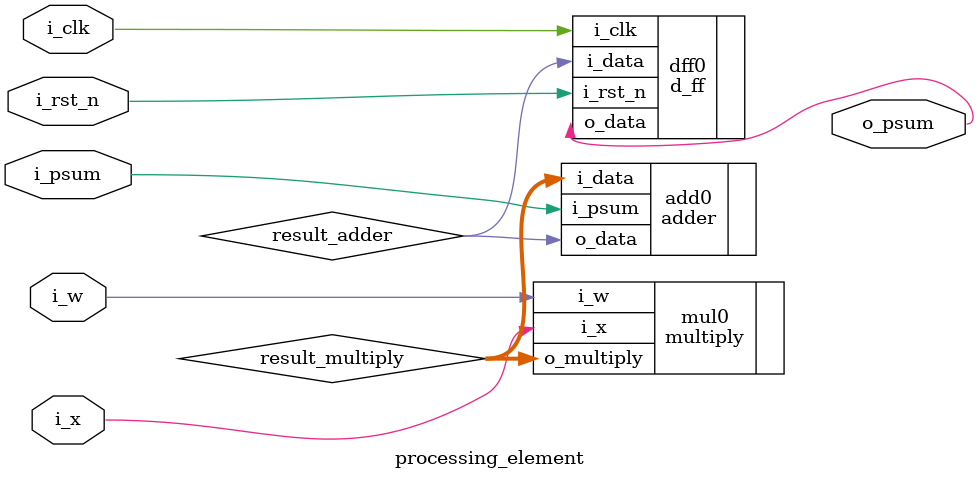
<source format=v>
module processing_element
#(parameter BW1=1, BW2=1, N=1, XW=1, WW=1)
(
input i_clk, i_rst_n,
input signed [XW-1:0] i_x,
input signed [WW-1:0] i_w,
input signed [BW1-1:0] i_psum,
output signed [BW2-1:0] o_psum);

wire signed [XW+WW-1:0] result_multiply;
wire signed [BW2-1:0] result_adder;


//description top_module
multiply #(.XW(XW), .WW(WW)) mul0(
				.i_x(i_x),
				.i_w(i_w),
				.o_multiply(result_multiply));
adder #(.BW1(BW1), .BW2(BW2)) add0 (
						.i_data(result_multiply),
						.i_psum(i_psum),
						.o_data(result_adder));
d_ff #(.N(N)) dff0 (
					.i_clk(i_clk),
					.i_rst_n(i_rst_n),
					.i_data(result_adder),
					.o_data(o_psum));


endmodule


</source>
